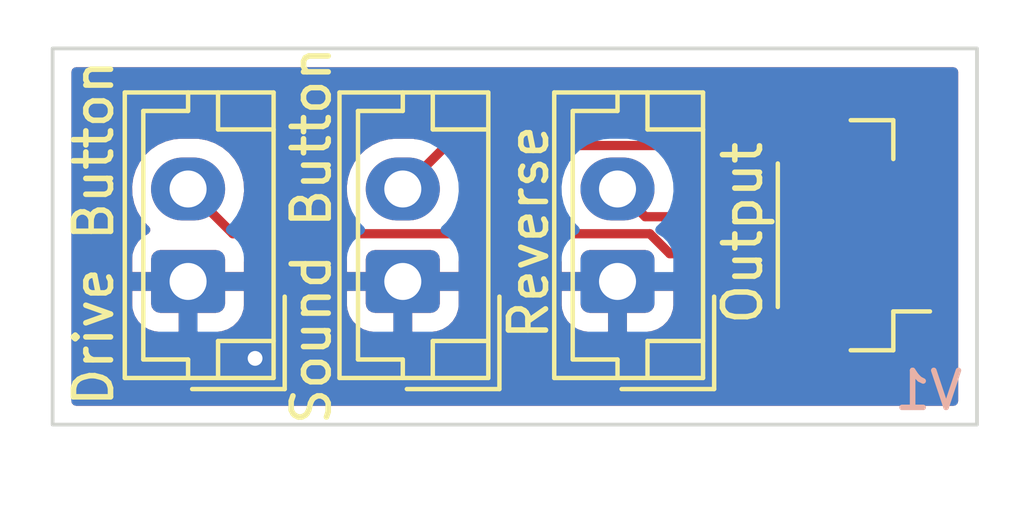
<source format=kicad_pcb>
(kicad_pcb (version 20221018) (generator pcbnew)
  (layers (0 "F.Cu" signal) (31 "B.Cu" signal) (34 "B.Paste" user) (35 "F.Paste" user) (36 "B.SilkS" user "B.Silkscreen") (37 "F.SilkS" user "F.Silkscreen") (38 "B.Mask" user) (39 "F.Mask" user) (44 "Edge.Cuts" user))
  (net 0 "")
  (net 1 "GND")
  (net 2 "SoundButton")
  (net 3 "DriveButton")
  (net 4 "ReverseButton")
  (footprint "Connector_JST:JST_EH_B2B-EH-A_1x02_P2.50mm_Vertical" (layer "F.Cu") (at 157.1 90 90)
    (fp_text reference "J3")
    (fp_text value "Reverse" (at 1.33 -2.4 90) (layer "F.SilkS"))
    (fp_line (start -2.91 0.11) (end -2.91 2.61) (stroke (width 0.12)) (layer "F.SilkS"))
    (fp_line (start -2.91 2.61) (end -0.41 2.61) (stroke (width 0.12)) (layer "F.SilkS"))
    (fp_line (start -2.61 -1.71) (end -2.61 2.31) (stroke (width 0.12)) (layer "F.SilkS"))
    (fp_line (start -2.61 0) (end -2.11 0) (stroke (width 0.12)) (layer "F.SilkS"))
    (fp_line (start -2.61 0.81) (end -1.61 0.81) (stroke (width 0.12)) (layer "F.SilkS"))
    (fp_line (start -2.61 2.31) (end 5.11 2.31) (stroke (width 0.12)) (layer "F.SilkS"))
    (fp_line (start -2.11 -1.21) (end 4.61 -1.21) (stroke (width 0.12)) (layer "F.SilkS"))
    (fp_line (start -2.11 0) (end -2.11 -1.21) (stroke (width 0.12)) (layer "F.SilkS"))
    (fp_line (start -1.61 0.81) (end -1.61 2.31) (stroke (width 0.12)) (layer "F.SilkS"))
    (fp_line (start 4.11 0.81) (end 4.11 2.31) (stroke (width 0.12)) (layer "F.SilkS"))
    (fp_line (start 4.61 -1.21) (end 4.61 0) (stroke (width 0.12)) (layer "F.SilkS"))
    (fp_line (start 4.61 0) (end 5.11 0) (stroke (width 0.12)) (layer "F.SilkS"))
    (fp_line (start 5.11 -1.71) (end -2.61 -1.71) (stroke (width 0.12)) (layer "F.SilkS"))
    (fp_line (start 5.11 0.81) (end 4.11 0.81) (stroke (width 0.12)) (layer "F.SilkS"))
    (fp_line (start 5.11 2.31) (end 5.11 -1.71) (stroke (width 0.12)) (layer "F.SilkS"))
    (pad "1" thru_hole roundrect (at 0 0 90) (size 1.7 2) (drill 1) (layers "*.Cu" "*.Mask") (roundrect_rratio 0.1470588235) (net 1 "GND"))
    (pad "2" thru_hole oval (at 2.5 0 90) (size 1.7 2) (drill 1) (layers "*.Cu" "*.Mask") (net 4 "ReverseButton"))
  )
  (footprint "Connector_JST:JST_EH_B2B-EH-A_1x02_P2.50mm_Vertical" (layer "F.Cu") (at 145.5 90 90)
    (fp_text reference "J2")
    (fp_text value "Drive Button" (at 1.31 -2.55 90) (layer "F.SilkS"))
    (fp_line (start -2.91 0.11) (end -2.91 2.61) (stroke (width 0.12)) (layer "F.SilkS"))
    (fp_line (start -2.91 2.61) (end -0.41 2.61) (stroke (width 0.12)) (layer "F.SilkS"))
    (fp_line (start -2.61 -1.71) (end -2.61 2.31) (stroke (width 0.12)) (layer "F.SilkS"))
    (fp_line (start -2.61 0) (end -2.11 0) (stroke (width 0.12)) (layer "F.SilkS"))
    (fp_line (start -2.61 0.81) (end -1.61 0.81) (stroke (width 0.12)) (layer "F.SilkS"))
    (fp_line (start -2.61 2.31) (end 5.11 2.31) (stroke (width 0.12)) (layer "F.SilkS"))
    (fp_line (start -2.11 -1.21) (end 4.61 -1.21) (stroke (width 0.12)) (layer "F.SilkS"))
    (fp_line (start -2.11 0) (end -2.11 -1.21) (stroke (width 0.12)) (layer "F.SilkS"))
    (fp_line (start -1.61 0.81) (end -1.61 2.31) (stroke (width 0.12)) (layer "F.SilkS"))
    (fp_line (start 4.11 0.81) (end 4.11 2.31) (stroke (width 0.12)) (layer "F.SilkS"))
    (fp_line (start 4.61 -1.21) (end 4.61 0) (stroke (width 0.12)) (layer "F.SilkS"))
    (fp_line (start 4.61 0) (end 5.11 0) (stroke (width 0.12)) (layer "F.SilkS"))
    (fp_line (start 5.11 -1.71) (end -2.61 -1.71) (stroke (width 0.12)) (layer "F.SilkS"))
    (fp_line (start 5.11 0.81) (end 4.11 0.81) (stroke (width 0.12)) (layer "F.SilkS"))
    (fp_line (start 5.11 2.31) (end 5.11 -1.71) (stroke (width 0.12)) (layer "F.SilkS"))
    (pad "1" thru_hole roundrect (at 0 0 90) (size 1.7 2) (drill 1) (layers "*.Cu" "*.Mask") (roundrect_rratio 0.1470588235) (net 1 "GND"))
    (pad "2" thru_hole oval (at 2.5 0 90) (size 1.7 2) (drill 1) (layers "*.Cu" "*.Mask") (net 3 "DriveButton"))
  )
  (footprint "Connector_JST:JST_EH_B2B-EH-A_1x02_P2.50mm_Vertical" (layer "F.Cu") (at 151.3 90 90)
    (fp_text reference "J1")
    (fp_text value "Sound Button" (at 1.24 -2.47 90) (layer "F.SilkS"))
    (fp_line (start -2.91 0.11) (end -2.91 2.61) (stroke (width 0.12)) (layer "F.SilkS"))
    (fp_line (start -2.91 2.61) (end -0.41 2.61) (stroke (width 0.12)) (layer "F.SilkS"))
    (fp_line (start -2.61 -1.71) (end -2.61 2.31) (stroke (width 0.12)) (layer "F.SilkS"))
    (fp_line (start -2.61 0) (end -2.11 0) (stroke (width 0.12)) (layer "F.SilkS"))
    (fp_line (start -2.61 0.81) (end -1.61 0.81) (stroke (width 0.12)) (layer "F.SilkS"))
    (fp_line (start -2.61 2.31) (end 5.11 2.31) (stroke (width 0.12)) (layer "F.SilkS"))
    (fp_line (start -2.11 -1.21) (end 4.61 -1.21) (stroke (width 0.12)) (layer "F.SilkS"))
    (fp_line (start -2.11 0) (end -2.11 -1.21) (stroke (width 0.12)) (layer "F.SilkS"))
    (fp_line (start -1.61 0.81) (end -1.61 2.31) (stroke (width 0.12)) (layer "F.SilkS"))
    (fp_line (start 4.11 0.81) (end 4.11 2.31) (stroke (width 0.12)) (layer "F.SilkS"))
    (fp_line (start 4.61 -1.21) (end 4.61 0) (stroke (width 0.12)) (layer "F.SilkS"))
    (fp_line (start 4.61 0) (end 5.11 0) (stroke (width 0.12)) (layer "F.SilkS"))
    (fp_line (start 5.11 -1.71) (end -2.61 -1.71) (stroke (width 0.12)) (layer "F.SilkS"))
    (fp_line (start 5.11 0.81) (end 4.11 0.81) (stroke (width 0.12)) (layer "F.SilkS"))
    (fp_line (start 5.11 2.31) (end 5.11 -1.71) (stroke (width 0.12)) (layer "F.SilkS"))
    (pad "1" thru_hole roundrect (at 0 0 90) (size 1.7 2) (drill 1) (layers "*.Cu" "*.Mask") (roundrect_rratio 0.1470588235) (net 1 "GND"))
    (pad "2" thru_hole oval (at 2.5 0 90) (size 1.7 2) (drill 1) (layers "*.Cu" "*.Mask") (net 2 "SoundButton"))
  )
  (footprint "Connector_JST:JST_SH_BM04B-SRSS-TB_1x04-1MP_P1.00mm_Vertical" (layer "F.Cu") (at 163.44 88.75 90)
    (fp_text reference "J4")
    (fp_text value "Output" (at 0.06 -2.96 90) (layer "F.SilkS"))
    (fp_line (start -3.11 -0.04) (end -3.11 1.11) (stroke (width 0.12)) (layer "F.SilkS"))
    (fp_line (start -3.11 1.11) (end -2.06 1.11) (stroke (width 0.12)) (layer "F.SilkS"))
    (fp_line (start -2.06 1.11) (end -2.06 2.1) (stroke (width 0.12)) (layer "F.SilkS"))
    (fp_line (start -1.94 -2.01) (end 1.94 -2.01) (stroke (width 0.12)) (layer "F.SilkS"))
    (fp_line (start 3.11 -0.04) (end 3.11 1.11) (stroke (width 0.12)) (layer "F.SilkS"))
    (fp_line (start 3.11 1.11) (end 2.06 1.11) (stroke (width 0.12)) (layer "F.SilkS"))
    (pad "1" smd roundrect (at -1.5 1.325 90) (size 0.6 1.55) (layers "F.Cu" "F.Paste" "F.Mask") (net 1 "GND"))
    (pad "2" smd roundrect (at -0.5 1.325 90) (size 0.6 1.55) (layers "F.Cu" "F.Paste" "F.Mask") (net 3 "DriveButton"))
    (pad "3" smd roundrect (at 0.5 1.325 90) (size 0.6 1.55) (layers "F.Cu" "F.Paste" "F.Mask") (net 4 "ReverseButton"))
    (pad "4" smd roundrect (at 1.5 1.325 90) (size 0.6 1.55) (layers "F.Cu" "F.Paste" "F.Mask") (net 2 "SoundButton"))
    (pad "MP" smd roundrect (at -2.8 -1.2 90) (size 1.2 1.8) (layers "F.Cu" "F.Paste" "F.Mask") (roundrect_rratio 0.2083333333) (net 1 "GND"))
    (pad "MP" smd roundrect (at 2.8 -1.2 90) (size 1.2 1.8) (layers "F.Cu" "F.Paste" "F.Mask") (roundrect_rratio 0.2083333333) (net 1 "GND"))
  )
  (gr_rect (start 141.84 83.7) (end 166.81 93.87) (stroke (width 0.1)) (fill none) (layer "Edge.Cuts"))
  (gr_text "V1" (at 165.5 92.95) (layer "B.SilkS") (effects (font (size 1 1)) (justify mirror)))
  (via (at 147.31 92.08) (size 0.8) (drill 0.4) (layers "F.Cu" "B.Cu") (net 1))
  (segment (start 152.475 86.325) (end 160.595 86.325) (width 0.25) (layer "F.Cu") (net 2))
  (segment (start 151.3 87.5) (end 152.475 86.325) (width 0.25) (layer "F.Cu") (net 2))
  (segment (start 161.52 87.25) (end 164.765 87.25) (width 0.25) (layer "F.Cu") (net 2))
  (segment (start 160.595 86.325) (end 161.52 87.25) (width 0.25) (layer "F.Cu") (net 2))
  (segment (start 164.765 89.25) (end 158.513173 89.25) (width 0.25) (layer "F.Cu") (net 3))
  (segment (start 146.71 88.71) (end 145.5 87.5) (width 0.25) (layer "F.Cu") (net 3))
  (segment (start 157.973173 88.71) (end 146.71 88.71) (width 0.25) (layer "F.Cu") (net 3))
  (segment (start 158.513173 89.25) (end 157.973173 88.71) (width 0.25) (layer "F.Cu") (net 3))
  (segment (start 157.1 87.5) (end 157.85 88.25) (width 0.25) (layer "F.Cu") (net 4))
  (segment (start 157.85 88.25) (end 164.765 88.25) (width 0.25) (layer "F.Cu") (net 4))
  (zone (net 1) (net_name "GND") (layer "F.Cu") (connect_pads (clearance 0.508)) (min_thickness 0.254) (fill yes (thermal_gap 0.508) (thermal_bridge_width 0.508))
    (polygon (pts (xy 168.06 96.46) (xy 140.78 95.83) (xy 140.97 82.42) (xy 168.09 82.39)))
  )
  (zone (net 1) (net_name "GND") (layer "B.Cu") (connect_pads (clearance 0.508)) (min_thickness 0.254) (fill yes (thermal_gap 0.508) (thermal_bridge_width 0.508))
    (polygon (pts (xy 167.699494 96.614948) (xy 140.419494 95.984948) (xy 140.609494 82.574948) (xy 167.729494 82.544948)))
  )
)
</source>
